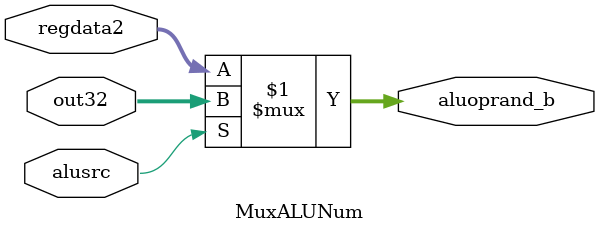
<source format=v>
`timescale 1ns / 1ps
module MuxALUNum(
	input [31:0] regdata2,out32,							//ÊäÈëÁ¢¼´ÊýºÍ¼Ä´æÆ÷Öµ
	input alusrc,												//ÊäÈë¿ØÖÆÐÅºÅ
	output [31:0] aluoprand_b 								//Êä³öALU²Ù×÷Êý
    );
	 

	assign	aluoprand_b = alusrc?out32:regdata2;


endmodule

</source>
